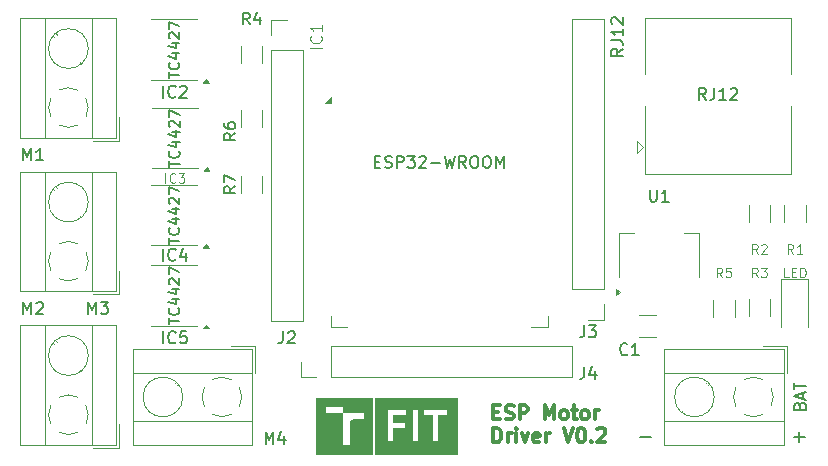
<source format=gbr>
%TF.GenerationSoftware,KiCad,Pcbnew,8.0.1*%
%TF.CreationDate,2024-04-27T11:46:23+02:00*%
%TF.ProjectId,driver_v2,64726976-6572-45f7-9632-2e6b69636164,rev?*%
%TF.SameCoordinates,Original*%
%TF.FileFunction,Legend,Top*%
%TF.FilePolarity,Positive*%
%FSLAX46Y46*%
G04 Gerber Fmt 4.6, Leading zero omitted, Abs format (unit mm)*
G04 Created by KiCad (PCBNEW 8.0.1) date 2024-04-27 11:46:23*
%MOMM*%
%LPD*%
G01*
G04 APERTURE LIST*
%ADD10C,0.300000*%
%ADD11C,0.200000*%
%ADD12C,0.150000*%
%ADD13C,0.130000*%
%ADD14C,0.120000*%
%ADD15C,0.100000*%
%ADD16C,0.000000*%
G04 APERTURE END LIST*
D10*
X145483082Y-92777038D02*
X145883082Y-92777038D01*
X146054510Y-93405609D02*
X145483082Y-93405609D01*
X145483082Y-93405609D02*
X145483082Y-92205609D01*
X145483082Y-92205609D02*
X146054510Y-92205609D01*
X146511653Y-93348467D02*
X146683082Y-93405609D01*
X146683082Y-93405609D02*
X146968796Y-93405609D01*
X146968796Y-93405609D02*
X147083082Y-93348467D01*
X147083082Y-93348467D02*
X147140224Y-93291324D01*
X147140224Y-93291324D02*
X147197367Y-93177038D01*
X147197367Y-93177038D02*
X147197367Y-93062752D01*
X147197367Y-93062752D02*
X147140224Y-92948467D01*
X147140224Y-92948467D02*
X147083082Y-92891324D01*
X147083082Y-92891324D02*
X146968796Y-92834181D01*
X146968796Y-92834181D02*
X146740224Y-92777038D01*
X146740224Y-92777038D02*
X146625939Y-92719895D01*
X146625939Y-92719895D02*
X146568796Y-92662752D01*
X146568796Y-92662752D02*
X146511653Y-92548467D01*
X146511653Y-92548467D02*
X146511653Y-92434181D01*
X146511653Y-92434181D02*
X146568796Y-92319895D01*
X146568796Y-92319895D02*
X146625939Y-92262752D01*
X146625939Y-92262752D02*
X146740224Y-92205609D01*
X146740224Y-92205609D02*
X147025939Y-92205609D01*
X147025939Y-92205609D02*
X147197367Y-92262752D01*
X147711653Y-93405609D02*
X147711653Y-92205609D01*
X147711653Y-92205609D02*
X148168796Y-92205609D01*
X148168796Y-92205609D02*
X148283081Y-92262752D01*
X148283081Y-92262752D02*
X148340224Y-92319895D01*
X148340224Y-92319895D02*
X148397367Y-92434181D01*
X148397367Y-92434181D02*
X148397367Y-92605609D01*
X148397367Y-92605609D02*
X148340224Y-92719895D01*
X148340224Y-92719895D02*
X148283081Y-92777038D01*
X148283081Y-92777038D02*
X148168796Y-92834181D01*
X148168796Y-92834181D02*
X147711653Y-92834181D01*
X149825939Y-93405609D02*
X149825939Y-92205609D01*
X149825939Y-92205609D02*
X150225939Y-93062752D01*
X150225939Y-93062752D02*
X150625939Y-92205609D01*
X150625939Y-92205609D02*
X150625939Y-93405609D01*
X151368796Y-93405609D02*
X151254511Y-93348467D01*
X151254511Y-93348467D02*
X151197368Y-93291324D01*
X151197368Y-93291324D02*
X151140225Y-93177038D01*
X151140225Y-93177038D02*
X151140225Y-92834181D01*
X151140225Y-92834181D02*
X151197368Y-92719895D01*
X151197368Y-92719895D02*
X151254511Y-92662752D01*
X151254511Y-92662752D02*
X151368796Y-92605609D01*
X151368796Y-92605609D02*
X151540225Y-92605609D01*
X151540225Y-92605609D02*
X151654511Y-92662752D01*
X151654511Y-92662752D02*
X151711654Y-92719895D01*
X151711654Y-92719895D02*
X151768796Y-92834181D01*
X151768796Y-92834181D02*
X151768796Y-93177038D01*
X151768796Y-93177038D02*
X151711654Y-93291324D01*
X151711654Y-93291324D02*
X151654511Y-93348467D01*
X151654511Y-93348467D02*
X151540225Y-93405609D01*
X151540225Y-93405609D02*
X151368796Y-93405609D01*
X152111653Y-92605609D02*
X152568796Y-92605609D01*
X152283082Y-92205609D02*
X152283082Y-93234181D01*
X152283082Y-93234181D02*
X152340225Y-93348467D01*
X152340225Y-93348467D02*
X152454510Y-93405609D01*
X152454510Y-93405609D02*
X152568796Y-93405609D01*
X153140224Y-93405609D02*
X153025939Y-93348467D01*
X153025939Y-93348467D02*
X152968796Y-93291324D01*
X152968796Y-93291324D02*
X152911653Y-93177038D01*
X152911653Y-93177038D02*
X152911653Y-92834181D01*
X152911653Y-92834181D02*
X152968796Y-92719895D01*
X152968796Y-92719895D02*
X153025939Y-92662752D01*
X153025939Y-92662752D02*
X153140224Y-92605609D01*
X153140224Y-92605609D02*
X153311653Y-92605609D01*
X153311653Y-92605609D02*
X153425939Y-92662752D01*
X153425939Y-92662752D02*
X153483082Y-92719895D01*
X153483082Y-92719895D02*
X153540224Y-92834181D01*
X153540224Y-92834181D02*
X153540224Y-93177038D01*
X153540224Y-93177038D02*
X153483082Y-93291324D01*
X153483082Y-93291324D02*
X153425939Y-93348467D01*
X153425939Y-93348467D02*
X153311653Y-93405609D01*
X153311653Y-93405609D02*
X153140224Y-93405609D01*
X154054510Y-93405609D02*
X154054510Y-92605609D01*
X154054510Y-92834181D02*
X154111653Y-92719895D01*
X154111653Y-92719895D02*
X154168796Y-92662752D01*
X154168796Y-92662752D02*
X154283081Y-92605609D01*
X154283081Y-92605609D02*
X154397367Y-92605609D01*
X145483082Y-95337542D02*
X145483082Y-94137542D01*
X145483082Y-94137542D02*
X145768796Y-94137542D01*
X145768796Y-94137542D02*
X145940225Y-94194685D01*
X145940225Y-94194685D02*
X146054510Y-94308971D01*
X146054510Y-94308971D02*
X146111653Y-94423257D01*
X146111653Y-94423257D02*
X146168796Y-94651828D01*
X146168796Y-94651828D02*
X146168796Y-94823257D01*
X146168796Y-94823257D02*
X146111653Y-95051828D01*
X146111653Y-95051828D02*
X146054510Y-95166114D01*
X146054510Y-95166114D02*
X145940225Y-95280400D01*
X145940225Y-95280400D02*
X145768796Y-95337542D01*
X145768796Y-95337542D02*
X145483082Y-95337542D01*
X146683082Y-95337542D02*
X146683082Y-94537542D01*
X146683082Y-94766114D02*
X146740225Y-94651828D01*
X146740225Y-94651828D02*
X146797368Y-94594685D01*
X146797368Y-94594685D02*
X146911653Y-94537542D01*
X146911653Y-94537542D02*
X147025939Y-94537542D01*
X147425939Y-95337542D02*
X147425939Y-94537542D01*
X147425939Y-94137542D02*
X147368796Y-94194685D01*
X147368796Y-94194685D02*
X147425939Y-94251828D01*
X147425939Y-94251828D02*
X147483082Y-94194685D01*
X147483082Y-94194685D02*
X147425939Y-94137542D01*
X147425939Y-94137542D02*
X147425939Y-94251828D01*
X147883082Y-94537542D02*
X148168796Y-95337542D01*
X148168796Y-95337542D02*
X148454511Y-94537542D01*
X149368797Y-95280400D02*
X149254511Y-95337542D01*
X149254511Y-95337542D02*
X149025940Y-95337542D01*
X149025940Y-95337542D02*
X148911654Y-95280400D01*
X148911654Y-95280400D02*
X148854511Y-95166114D01*
X148854511Y-95166114D02*
X148854511Y-94708971D01*
X148854511Y-94708971D02*
X148911654Y-94594685D01*
X148911654Y-94594685D02*
X149025940Y-94537542D01*
X149025940Y-94537542D02*
X149254511Y-94537542D01*
X149254511Y-94537542D02*
X149368797Y-94594685D01*
X149368797Y-94594685D02*
X149425940Y-94708971D01*
X149425940Y-94708971D02*
X149425940Y-94823257D01*
X149425940Y-94823257D02*
X148854511Y-94937542D01*
X149940225Y-95337542D02*
X149940225Y-94537542D01*
X149940225Y-94766114D02*
X149997368Y-94651828D01*
X149997368Y-94651828D02*
X150054511Y-94594685D01*
X150054511Y-94594685D02*
X150168796Y-94537542D01*
X150168796Y-94537542D02*
X150283082Y-94537542D01*
X151425939Y-94137542D02*
X151825939Y-95337542D01*
X151825939Y-95337542D02*
X152225939Y-94137542D01*
X152854510Y-94137542D02*
X152968796Y-94137542D01*
X152968796Y-94137542D02*
X153083082Y-94194685D01*
X153083082Y-94194685D02*
X153140225Y-94251828D01*
X153140225Y-94251828D02*
X153197367Y-94366114D01*
X153197367Y-94366114D02*
X153254510Y-94594685D01*
X153254510Y-94594685D02*
X153254510Y-94880400D01*
X153254510Y-94880400D02*
X153197367Y-95108971D01*
X153197367Y-95108971D02*
X153140225Y-95223257D01*
X153140225Y-95223257D02*
X153083082Y-95280400D01*
X153083082Y-95280400D02*
X152968796Y-95337542D01*
X152968796Y-95337542D02*
X152854510Y-95337542D01*
X152854510Y-95337542D02*
X152740225Y-95280400D01*
X152740225Y-95280400D02*
X152683082Y-95223257D01*
X152683082Y-95223257D02*
X152625939Y-95108971D01*
X152625939Y-95108971D02*
X152568796Y-94880400D01*
X152568796Y-94880400D02*
X152568796Y-94594685D01*
X152568796Y-94594685D02*
X152625939Y-94366114D01*
X152625939Y-94366114D02*
X152683082Y-94251828D01*
X152683082Y-94251828D02*
X152740225Y-94194685D01*
X152740225Y-94194685D02*
X152854510Y-94137542D01*
X153768796Y-95223257D02*
X153825939Y-95280400D01*
X153825939Y-95280400D02*
X153768796Y-95337542D01*
X153768796Y-95337542D02*
X153711653Y-95280400D01*
X153711653Y-95280400D02*
X153768796Y-95223257D01*
X153768796Y-95223257D02*
X153768796Y-95337542D01*
X154283082Y-94251828D02*
X154340225Y-94194685D01*
X154340225Y-94194685D02*
X154454511Y-94137542D01*
X154454511Y-94137542D02*
X154740225Y-94137542D01*
X154740225Y-94137542D02*
X154854511Y-94194685D01*
X154854511Y-94194685D02*
X154911653Y-94251828D01*
X154911653Y-94251828D02*
X154968796Y-94366114D01*
X154968796Y-94366114D02*
X154968796Y-94480400D01*
X154968796Y-94480400D02*
X154911653Y-94651828D01*
X154911653Y-94651828D02*
X154225939Y-95337542D01*
X154225939Y-95337542D02*
X154968796Y-95337542D01*
D11*
X170917292Y-94885600D02*
X171831578Y-94885600D01*
X171374435Y-95342742D02*
X171374435Y-94428457D01*
X157917292Y-94885600D02*
X158831578Y-94885600D01*
D12*
X117523810Y-86954819D02*
X117523810Y-85954819D01*
X118571428Y-86859580D02*
X118523809Y-86907200D01*
X118523809Y-86907200D02*
X118380952Y-86954819D01*
X118380952Y-86954819D02*
X118285714Y-86954819D01*
X118285714Y-86954819D02*
X118142857Y-86907200D01*
X118142857Y-86907200D02*
X118047619Y-86811961D01*
X118047619Y-86811961D02*
X118000000Y-86716723D01*
X118000000Y-86716723D02*
X117952381Y-86526247D01*
X117952381Y-86526247D02*
X117952381Y-86383390D01*
X117952381Y-86383390D02*
X118000000Y-86192914D01*
X118000000Y-86192914D02*
X118047619Y-86097676D01*
X118047619Y-86097676D02*
X118142857Y-86002438D01*
X118142857Y-86002438D02*
X118285714Y-85954819D01*
X118285714Y-85954819D02*
X118380952Y-85954819D01*
X118380952Y-85954819D02*
X118523809Y-86002438D01*
X118523809Y-86002438D02*
X118571428Y-86050057D01*
X119476190Y-85954819D02*
X119000000Y-85954819D01*
X119000000Y-85954819D02*
X118952381Y-86431009D01*
X118952381Y-86431009D02*
X119000000Y-86383390D01*
X119000000Y-86383390D02*
X119095238Y-86335771D01*
X119095238Y-86335771D02*
X119333333Y-86335771D01*
X119333333Y-86335771D02*
X119428571Y-86383390D01*
X119428571Y-86383390D02*
X119476190Y-86431009D01*
X119476190Y-86431009D02*
X119523809Y-86526247D01*
X119523809Y-86526247D02*
X119523809Y-86764342D01*
X119523809Y-86764342D02*
X119476190Y-86859580D01*
X119476190Y-86859580D02*
X119428571Y-86907200D01*
X119428571Y-86907200D02*
X119333333Y-86954819D01*
X119333333Y-86954819D02*
X119095238Y-86954819D01*
X119095238Y-86954819D02*
X119000000Y-86907200D01*
X119000000Y-86907200D02*
X118952381Y-86859580D01*
D13*
X117984597Y-85326428D02*
X117984597Y-84812143D01*
X118884597Y-85069285D02*
X117984597Y-85069285D01*
X118798882Y-83997857D02*
X118841740Y-84040714D01*
X118841740Y-84040714D02*
X118884597Y-84169286D01*
X118884597Y-84169286D02*
X118884597Y-84255000D01*
X118884597Y-84255000D02*
X118841740Y-84383571D01*
X118841740Y-84383571D02*
X118756025Y-84469286D01*
X118756025Y-84469286D02*
X118670311Y-84512143D01*
X118670311Y-84512143D02*
X118498882Y-84555000D01*
X118498882Y-84555000D02*
X118370311Y-84555000D01*
X118370311Y-84555000D02*
X118198882Y-84512143D01*
X118198882Y-84512143D02*
X118113168Y-84469286D01*
X118113168Y-84469286D02*
X118027454Y-84383571D01*
X118027454Y-84383571D02*
X117984597Y-84255000D01*
X117984597Y-84255000D02*
X117984597Y-84169286D01*
X117984597Y-84169286D02*
X118027454Y-84040714D01*
X118027454Y-84040714D02*
X118070311Y-83997857D01*
X118284597Y-83226429D02*
X118884597Y-83226429D01*
X117941740Y-83440714D02*
X118584597Y-83655000D01*
X118584597Y-83655000D02*
X118584597Y-83097857D01*
X118284597Y-82369286D02*
X118884597Y-82369286D01*
X117941740Y-82583571D02*
X118584597Y-82797857D01*
X118584597Y-82797857D02*
X118584597Y-82240714D01*
X118070311Y-81940714D02*
X118027454Y-81897857D01*
X118027454Y-81897857D02*
X117984597Y-81812143D01*
X117984597Y-81812143D02*
X117984597Y-81597857D01*
X117984597Y-81597857D02*
X118027454Y-81512143D01*
X118027454Y-81512143D02*
X118070311Y-81469285D01*
X118070311Y-81469285D02*
X118156025Y-81426428D01*
X118156025Y-81426428D02*
X118241740Y-81426428D01*
X118241740Y-81426428D02*
X118370311Y-81469285D01*
X118370311Y-81469285D02*
X118884597Y-81983571D01*
X118884597Y-81983571D02*
X118884597Y-81426428D01*
X117984597Y-81126428D02*
X117984597Y-80526428D01*
X117984597Y-80526428D02*
X118884597Y-80912142D01*
D12*
X156833333Y-87859580D02*
X156785714Y-87907200D01*
X156785714Y-87907200D02*
X156642857Y-87954819D01*
X156642857Y-87954819D02*
X156547619Y-87954819D01*
X156547619Y-87954819D02*
X156404762Y-87907200D01*
X156404762Y-87907200D02*
X156309524Y-87811961D01*
X156309524Y-87811961D02*
X156261905Y-87716723D01*
X156261905Y-87716723D02*
X156214286Y-87526247D01*
X156214286Y-87526247D02*
X156214286Y-87383390D01*
X156214286Y-87383390D02*
X156261905Y-87192914D01*
X156261905Y-87192914D02*
X156309524Y-87097676D01*
X156309524Y-87097676D02*
X156404762Y-87002438D01*
X156404762Y-87002438D02*
X156547619Y-86954819D01*
X156547619Y-86954819D02*
X156642857Y-86954819D01*
X156642857Y-86954819D02*
X156785714Y-87002438D01*
X156785714Y-87002438D02*
X156833333Y-87050057D01*
X157785714Y-87954819D02*
X157214286Y-87954819D01*
X157500000Y-87954819D02*
X157500000Y-86954819D01*
X157500000Y-86954819D02*
X157404762Y-87097676D01*
X157404762Y-87097676D02*
X157309524Y-87192914D01*
X157309524Y-87192914D02*
X157214286Y-87240533D01*
D14*
X117719048Y-73363855D02*
X117719048Y-72563855D01*
X118557143Y-73287664D02*
X118519047Y-73325760D01*
X118519047Y-73325760D02*
X118404762Y-73363855D01*
X118404762Y-73363855D02*
X118328571Y-73363855D01*
X118328571Y-73363855D02*
X118214285Y-73325760D01*
X118214285Y-73325760D02*
X118138095Y-73249569D01*
X118138095Y-73249569D02*
X118100000Y-73173379D01*
X118100000Y-73173379D02*
X118061904Y-73020998D01*
X118061904Y-73020998D02*
X118061904Y-72906712D01*
X118061904Y-72906712D02*
X118100000Y-72754331D01*
X118100000Y-72754331D02*
X118138095Y-72678140D01*
X118138095Y-72678140D02*
X118214285Y-72601950D01*
X118214285Y-72601950D02*
X118328571Y-72563855D01*
X118328571Y-72563855D02*
X118404762Y-72563855D01*
X118404762Y-72563855D02*
X118519047Y-72601950D01*
X118519047Y-72601950D02*
X118557143Y-72640045D01*
X118823809Y-72563855D02*
X119319047Y-72563855D01*
X119319047Y-72563855D02*
X119052381Y-72868617D01*
X119052381Y-72868617D02*
X119166666Y-72868617D01*
X119166666Y-72868617D02*
X119242857Y-72906712D01*
X119242857Y-72906712D02*
X119280952Y-72944807D01*
X119280952Y-72944807D02*
X119319047Y-73020998D01*
X119319047Y-73020998D02*
X119319047Y-73211474D01*
X119319047Y-73211474D02*
X119280952Y-73287664D01*
X119280952Y-73287664D02*
X119242857Y-73325760D01*
X119242857Y-73325760D02*
X119166666Y-73363855D01*
X119166666Y-73363855D02*
X118938095Y-73363855D01*
X118938095Y-73363855D02*
X118861904Y-73325760D01*
X118861904Y-73325760D02*
X118823809Y-73287664D01*
D13*
X118009597Y-72016428D02*
X118009597Y-71502143D01*
X118909597Y-71759285D02*
X118009597Y-71759285D01*
X118823882Y-70687857D02*
X118866740Y-70730714D01*
X118866740Y-70730714D02*
X118909597Y-70859286D01*
X118909597Y-70859286D02*
X118909597Y-70945000D01*
X118909597Y-70945000D02*
X118866740Y-71073571D01*
X118866740Y-71073571D02*
X118781025Y-71159286D01*
X118781025Y-71159286D02*
X118695311Y-71202143D01*
X118695311Y-71202143D02*
X118523882Y-71245000D01*
X118523882Y-71245000D02*
X118395311Y-71245000D01*
X118395311Y-71245000D02*
X118223882Y-71202143D01*
X118223882Y-71202143D02*
X118138168Y-71159286D01*
X118138168Y-71159286D02*
X118052454Y-71073571D01*
X118052454Y-71073571D02*
X118009597Y-70945000D01*
X118009597Y-70945000D02*
X118009597Y-70859286D01*
X118009597Y-70859286D02*
X118052454Y-70730714D01*
X118052454Y-70730714D02*
X118095311Y-70687857D01*
X118309597Y-69916429D02*
X118909597Y-69916429D01*
X117966740Y-70130714D02*
X118609597Y-70345000D01*
X118609597Y-70345000D02*
X118609597Y-69787857D01*
X118309597Y-69059286D02*
X118909597Y-69059286D01*
X117966740Y-69273571D02*
X118609597Y-69487857D01*
X118609597Y-69487857D02*
X118609597Y-68930714D01*
X118095311Y-68630714D02*
X118052454Y-68587857D01*
X118052454Y-68587857D02*
X118009597Y-68502143D01*
X118009597Y-68502143D02*
X118009597Y-68287857D01*
X118009597Y-68287857D02*
X118052454Y-68202143D01*
X118052454Y-68202143D02*
X118095311Y-68159285D01*
X118095311Y-68159285D02*
X118181025Y-68116428D01*
X118181025Y-68116428D02*
X118266740Y-68116428D01*
X118266740Y-68116428D02*
X118395311Y-68159285D01*
X118395311Y-68159285D02*
X118909597Y-68673571D01*
X118909597Y-68673571D02*
X118909597Y-68116428D01*
X118009597Y-67816428D02*
X118009597Y-67216428D01*
X118009597Y-67216428D02*
X118909597Y-67602142D01*
D12*
X123634819Y-73666666D02*
X123158628Y-73999999D01*
X123634819Y-74238094D02*
X122634819Y-74238094D01*
X122634819Y-74238094D02*
X122634819Y-73857142D01*
X122634819Y-73857142D02*
X122682438Y-73761904D01*
X122682438Y-73761904D02*
X122730057Y-73714285D01*
X122730057Y-73714285D02*
X122825295Y-73666666D01*
X122825295Y-73666666D02*
X122968152Y-73666666D01*
X122968152Y-73666666D02*
X123063390Y-73714285D01*
X123063390Y-73714285D02*
X123111009Y-73761904D01*
X123111009Y-73761904D02*
X123158628Y-73857142D01*
X123158628Y-73857142D02*
X123158628Y-74238094D01*
X122634819Y-73333332D02*
X122634819Y-72666666D01*
X122634819Y-72666666D02*
X123634819Y-73095237D01*
X153166666Y-88954819D02*
X153166666Y-89669104D01*
X153166666Y-89669104D02*
X153119047Y-89811961D01*
X153119047Y-89811961D02*
X153023809Y-89907200D01*
X153023809Y-89907200D02*
X152880952Y-89954819D01*
X152880952Y-89954819D02*
X152785714Y-89954819D01*
X154071428Y-89288152D02*
X154071428Y-89954819D01*
X153833333Y-88907200D02*
X153595238Y-89621485D01*
X153595238Y-89621485D02*
X154214285Y-89621485D01*
X153166666Y-85444819D02*
X153166666Y-86159104D01*
X153166666Y-86159104D02*
X153119047Y-86301961D01*
X153119047Y-86301961D02*
X153023809Y-86397200D01*
X153023809Y-86397200D02*
X152880952Y-86444819D01*
X152880952Y-86444819D02*
X152785714Y-86444819D01*
X153547619Y-85444819D02*
X154166666Y-85444819D01*
X154166666Y-85444819D02*
X153833333Y-85825771D01*
X153833333Y-85825771D02*
X153976190Y-85825771D01*
X153976190Y-85825771D02*
X154071428Y-85873390D01*
X154071428Y-85873390D02*
X154119047Y-85921009D01*
X154119047Y-85921009D02*
X154166666Y-86016247D01*
X154166666Y-86016247D02*
X154166666Y-86254342D01*
X154166666Y-86254342D02*
X154119047Y-86349580D01*
X154119047Y-86349580D02*
X154071428Y-86397200D01*
X154071428Y-86397200D02*
X153976190Y-86444819D01*
X153976190Y-86444819D02*
X153690476Y-86444819D01*
X153690476Y-86444819D02*
X153595238Y-86397200D01*
X153595238Y-86397200D02*
X153547619Y-86349580D01*
D14*
X167866667Y-79363855D02*
X167600000Y-78982902D01*
X167409524Y-79363855D02*
X167409524Y-78563855D01*
X167409524Y-78563855D02*
X167714286Y-78563855D01*
X167714286Y-78563855D02*
X167790476Y-78601950D01*
X167790476Y-78601950D02*
X167828571Y-78640045D01*
X167828571Y-78640045D02*
X167866667Y-78716236D01*
X167866667Y-78716236D02*
X167866667Y-78830521D01*
X167866667Y-78830521D02*
X167828571Y-78906712D01*
X167828571Y-78906712D02*
X167790476Y-78944807D01*
X167790476Y-78944807D02*
X167714286Y-78982902D01*
X167714286Y-78982902D02*
X167409524Y-78982902D01*
X168171428Y-78640045D02*
X168209524Y-78601950D01*
X168209524Y-78601950D02*
X168285714Y-78563855D01*
X168285714Y-78563855D02*
X168476190Y-78563855D01*
X168476190Y-78563855D02*
X168552381Y-78601950D01*
X168552381Y-78601950D02*
X168590476Y-78640045D01*
X168590476Y-78640045D02*
X168628571Y-78716236D01*
X168628571Y-78716236D02*
X168628571Y-78792426D01*
X168628571Y-78792426D02*
X168590476Y-78906712D01*
X168590476Y-78906712D02*
X168133333Y-79363855D01*
X168133333Y-79363855D02*
X168628571Y-79363855D01*
D12*
X105690476Y-84454819D02*
X105690476Y-83454819D01*
X105690476Y-83454819D02*
X106023809Y-84169104D01*
X106023809Y-84169104D02*
X106357142Y-83454819D01*
X106357142Y-83454819D02*
X106357142Y-84454819D01*
X106785714Y-83550057D02*
X106833333Y-83502438D01*
X106833333Y-83502438D02*
X106928571Y-83454819D01*
X106928571Y-83454819D02*
X107166666Y-83454819D01*
X107166666Y-83454819D02*
X107261904Y-83502438D01*
X107261904Y-83502438D02*
X107309523Y-83550057D01*
X107309523Y-83550057D02*
X107357142Y-83645295D01*
X107357142Y-83645295D02*
X107357142Y-83740533D01*
X107357142Y-83740533D02*
X107309523Y-83883390D01*
X107309523Y-83883390D02*
X106738095Y-84454819D01*
X106738095Y-84454819D02*
X107357142Y-84454819D01*
X124833333Y-59954819D02*
X124500000Y-59478628D01*
X124261905Y-59954819D02*
X124261905Y-58954819D01*
X124261905Y-58954819D02*
X124642857Y-58954819D01*
X124642857Y-58954819D02*
X124738095Y-59002438D01*
X124738095Y-59002438D02*
X124785714Y-59050057D01*
X124785714Y-59050057D02*
X124833333Y-59145295D01*
X124833333Y-59145295D02*
X124833333Y-59288152D01*
X124833333Y-59288152D02*
X124785714Y-59383390D01*
X124785714Y-59383390D02*
X124738095Y-59431009D01*
X124738095Y-59431009D02*
X124642857Y-59478628D01*
X124642857Y-59478628D02*
X124261905Y-59478628D01*
X125690476Y-59288152D02*
X125690476Y-59954819D01*
X125452381Y-58907200D02*
X125214286Y-59621485D01*
X125214286Y-59621485D02*
X125833333Y-59621485D01*
X123634819Y-69166666D02*
X123158628Y-69499999D01*
X123634819Y-69738094D02*
X122634819Y-69738094D01*
X122634819Y-69738094D02*
X122634819Y-69357142D01*
X122634819Y-69357142D02*
X122682438Y-69261904D01*
X122682438Y-69261904D02*
X122730057Y-69214285D01*
X122730057Y-69214285D02*
X122825295Y-69166666D01*
X122825295Y-69166666D02*
X122968152Y-69166666D01*
X122968152Y-69166666D02*
X123063390Y-69214285D01*
X123063390Y-69214285D02*
X123111009Y-69261904D01*
X123111009Y-69261904D02*
X123158628Y-69357142D01*
X123158628Y-69357142D02*
X123158628Y-69738094D01*
X122634819Y-68309523D02*
X122634819Y-68499999D01*
X122634819Y-68499999D02*
X122682438Y-68595237D01*
X122682438Y-68595237D02*
X122730057Y-68642856D01*
X122730057Y-68642856D02*
X122872914Y-68738094D01*
X122872914Y-68738094D02*
X123063390Y-68785713D01*
X123063390Y-68785713D02*
X123444342Y-68785713D01*
X123444342Y-68785713D02*
X123539580Y-68738094D01*
X123539580Y-68738094D02*
X123587200Y-68690475D01*
X123587200Y-68690475D02*
X123634819Y-68595237D01*
X123634819Y-68595237D02*
X123634819Y-68404761D01*
X123634819Y-68404761D02*
X123587200Y-68309523D01*
X123587200Y-68309523D02*
X123539580Y-68261904D01*
X123539580Y-68261904D02*
X123444342Y-68214285D01*
X123444342Y-68214285D02*
X123206247Y-68214285D01*
X123206247Y-68214285D02*
X123111009Y-68261904D01*
X123111009Y-68261904D02*
X123063390Y-68309523D01*
X123063390Y-68309523D02*
X123015771Y-68404761D01*
X123015771Y-68404761D02*
X123015771Y-68595237D01*
X123015771Y-68595237D02*
X123063390Y-68690475D01*
X123063390Y-68690475D02*
X123111009Y-68738094D01*
X123111009Y-68738094D02*
X123206247Y-68785713D01*
D14*
X170485714Y-81363855D02*
X170104762Y-81363855D01*
X170104762Y-81363855D02*
X170104762Y-80563855D01*
X170752381Y-80944807D02*
X171019047Y-80944807D01*
X171133333Y-81363855D02*
X170752381Y-81363855D01*
X170752381Y-81363855D02*
X170752381Y-80563855D01*
X170752381Y-80563855D02*
X171133333Y-80563855D01*
X171476191Y-81363855D02*
X171476191Y-80563855D01*
X171476191Y-80563855D02*
X171666667Y-80563855D01*
X171666667Y-80563855D02*
X171780953Y-80601950D01*
X171780953Y-80601950D02*
X171857143Y-80678140D01*
X171857143Y-80678140D02*
X171895238Y-80754331D01*
X171895238Y-80754331D02*
X171933334Y-80906712D01*
X171933334Y-80906712D02*
X171933334Y-81020998D01*
X171933334Y-81020998D02*
X171895238Y-81173379D01*
X171895238Y-81173379D02*
X171857143Y-81249569D01*
X171857143Y-81249569D02*
X171780953Y-81325760D01*
X171780953Y-81325760D02*
X171666667Y-81363855D01*
X171666667Y-81363855D02*
X171476191Y-81363855D01*
D15*
X130957419Y-61976189D02*
X129957419Y-61976189D01*
X130862180Y-60928571D02*
X130909800Y-60976190D01*
X130909800Y-60976190D02*
X130957419Y-61119047D01*
X130957419Y-61119047D02*
X130957419Y-61214285D01*
X130957419Y-61214285D02*
X130909800Y-61357142D01*
X130909800Y-61357142D02*
X130814561Y-61452380D01*
X130814561Y-61452380D02*
X130719323Y-61499999D01*
X130719323Y-61499999D02*
X130528847Y-61547618D01*
X130528847Y-61547618D02*
X130385990Y-61547618D01*
X130385990Y-61547618D02*
X130195514Y-61499999D01*
X130195514Y-61499999D02*
X130100276Y-61452380D01*
X130100276Y-61452380D02*
X130005038Y-61357142D01*
X130005038Y-61357142D02*
X129957419Y-61214285D01*
X129957419Y-61214285D02*
X129957419Y-61119047D01*
X129957419Y-61119047D02*
X130005038Y-60976190D01*
X130005038Y-60976190D02*
X130052657Y-60928571D01*
X130957419Y-59976190D02*
X130957419Y-60547618D01*
X130957419Y-60261904D02*
X129957419Y-60261904D01*
X129957419Y-60261904D02*
X130100276Y-60357142D01*
X130100276Y-60357142D02*
X130195514Y-60452380D01*
X130195514Y-60452380D02*
X130243133Y-60547618D01*
D12*
X135447619Y-71571009D02*
X135780952Y-71571009D01*
X135923809Y-72094819D02*
X135447619Y-72094819D01*
X135447619Y-72094819D02*
X135447619Y-71094819D01*
X135447619Y-71094819D02*
X135923809Y-71094819D01*
X136304762Y-72047200D02*
X136447619Y-72094819D01*
X136447619Y-72094819D02*
X136685714Y-72094819D01*
X136685714Y-72094819D02*
X136780952Y-72047200D01*
X136780952Y-72047200D02*
X136828571Y-71999580D01*
X136828571Y-71999580D02*
X136876190Y-71904342D01*
X136876190Y-71904342D02*
X136876190Y-71809104D01*
X136876190Y-71809104D02*
X136828571Y-71713866D01*
X136828571Y-71713866D02*
X136780952Y-71666247D01*
X136780952Y-71666247D02*
X136685714Y-71618628D01*
X136685714Y-71618628D02*
X136495238Y-71571009D01*
X136495238Y-71571009D02*
X136400000Y-71523390D01*
X136400000Y-71523390D02*
X136352381Y-71475771D01*
X136352381Y-71475771D02*
X136304762Y-71380533D01*
X136304762Y-71380533D02*
X136304762Y-71285295D01*
X136304762Y-71285295D02*
X136352381Y-71190057D01*
X136352381Y-71190057D02*
X136400000Y-71142438D01*
X136400000Y-71142438D02*
X136495238Y-71094819D01*
X136495238Y-71094819D02*
X136733333Y-71094819D01*
X136733333Y-71094819D02*
X136876190Y-71142438D01*
X137304762Y-72094819D02*
X137304762Y-71094819D01*
X137304762Y-71094819D02*
X137685714Y-71094819D01*
X137685714Y-71094819D02*
X137780952Y-71142438D01*
X137780952Y-71142438D02*
X137828571Y-71190057D01*
X137828571Y-71190057D02*
X137876190Y-71285295D01*
X137876190Y-71285295D02*
X137876190Y-71428152D01*
X137876190Y-71428152D02*
X137828571Y-71523390D01*
X137828571Y-71523390D02*
X137780952Y-71571009D01*
X137780952Y-71571009D02*
X137685714Y-71618628D01*
X137685714Y-71618628D02*
X137304762Y-71618628D01*
X138209524Y-71094819D02*
X138828571Y-71094819D01*
X138828571Y-71094819D02*
X138495238Y-71475771D01*
X138495238Y-71475771D02*
X138638095Y-71475771D01*
X138638095Y-71475771D02*
X138733333Y-71523390D01*
X138733333Y-71523390D02*
X138780952Y-71571009D01*
X138780952Y-71571009D02*
X138828571Y-71666247D01*
X138828571Y-71666247D02*
X138828571Y-71904342D01*
X138828571Y-71904342D02*
X138780952Y-71999580D01*
X138780952Y-71999580D02*
X138733333Y-72047200D01*
X138733333Y-72047200D02*
X138638095Y-72094819D01*
X138638095Y-72094819D02*
X138352381Y-72094819D01*
X138352381Y-72094819D02*
X138257143Y-72047200D01*
X138257143Y-72047200D02*
X138209524Y-71999580D01*
X139209524Y-71190057D02*
X139257143Y-71142438D01*
X139257143Y-71142438D02*
X139352381Y-71094819D01*
X139352381Y-71094819D02*
X139590476Y-71094819D01*
X139590476Y-71094819D02*
X139685714Y-71142438D01*
X139685714Y-71142438D02*
X139733333Y-71190057D01*
X139733333Y-71190057D02*
X139780952Y-71285295D01*
X139780952Y-71285295D02*
X139780952Y-71380533D01*
X139780952Y-71380533D02*
X139733333Y-71523390D01*
X139733333Y-71523390D02*
X139161905Y-72094819D01*
X139161905Y-72094819D02*
X139780952Y-72094819D01*
X140209524Y-71713866D02*
X140971429Y-71713866D01*
X141352381Y-71094819D02*
X141590476Y-72094819D01*
X141590476Y-72094819D02*
X141780952Y-71380533D01*
X141780952Y-71380533D02*
X141971428Y-72094819D01*
X141971428Y-72094819D02*
X142209524Y-71094819D01*
X143161904Y-72094819D02*
X142828571Y-71618628D01*
X142590476Y-72094819D02*
X142590476Y-71094819D01*
X142590476Y-71094819D02*
X142971428Y-71094819D01*
X142971428Y-71094819D02*
X143066666Y-71142438D01*
X143066666Y-71142438D02*
X143114285Y-71190057D01*
X143114285Y-71190057D02*
X143161904Y-71285295D01*
X143161904Y-71285295D02*
X143161904Y-71428152D01*
X143161904Y-71428152D02*
X143114285Y-71523390D01*
X143114285Y-71523390D02*
X143066666Y-71571009D01*
X143066666Y-71571009D02*
X142971428Y-71618628D01*
X142971428Y-71618628D02*
X142590476Y-71618628D01*
X143780952Y-71094819D02*
X143971428Y-71094819D01*
X143971428Y-71094819D02*
X144066666Y-71142438D01*
X144066666Y-71142438D02*
X144161904Y-71237676D01*
X144161904Y-71237676D02*
X144209523Y-71428152D01*
X144209523Y-71428152D02*
X144209523Y-71761485D01*
X144209523Y-71761485D02*
X144161904Y-71951961D01*
X144161904Y-71951961D02*
X144066666Y-72047200D01*
X144066666Y-72047200D02*
X143971428Y-72094819D01*
X143971428Y-72094819D02*
X143780952Y-72094819D01*
X143780952Y-72094819D02*
X143685714Y-72047200D01*
X143685714Y-72047200D02*
X143590476Y-71951961D01*
X143590476Y-71951961D02*
X143542857Y-71761485D01*
X143542857Y-71761485D02*
X143542857Y-71428152D01*
X143542857Y-71428152D02*
X143590476Y-71237676D01*
X143590476Y-71237676D02*
X143685714Y-71142438D01*
X143685714Y-71142438D02*
X143780952Y-71094819D01*
X144828571Y-71094819D02*
X145019047Y-71094819D01*
X145019047Y-71094819D02*
X145114285Y-71142438D01*
X145114285Y-71142438D02*
X145209523Y-71237676D01*
X145209523Y-71237676D02*
X145257142Y-71428152D01*
X145257142Y-71428152D02*
X145257142Y-71761485D01*
X145257142Y-71761485D02*
X145209523Y-71951961D01*
X145209523Y-71951961D02*
X145114285Y-72047200D01*
X145114285Y-72047200D02*
X145019047Y-72094819D01*
X145019047Y-72094819D02*
X144828571Y-72094819D01*
X144828571Y-72094819D02*
X144733333Y-72047200D01*
X144733333Y-72047200D02*
X144638095Y-71951961D01*
X144638095Y-71951961D02*
X144590476Y-71761485D01*
X144590476Y-71761485D02*
X144590476Y-71428152D01*
X144590476Y-71428152D02*
X144638095Y-71237676D01*
X144638095Y-71237676D02*
X144733333Y-71142438D01*
X144733333Y-71142438D02*
X144828571Y-71094819D01*
X145685714Y-72094819D02*
X145685714Y-71094819D01*
X145685714Y-71094819D02*
X146019047Y-71809104D01*
X146019047Y-71809104D02*
X146352380Y-71094819D01*
X146352380Y-71094819D02*
X146352380Y-72094819D01*
D14*
X167866667Y-81363855D02*
X167600000Y-80982902D01*
X167409524Y-81363855D02*
X167409524Y-80563855D01*
X167409524Y-80563855D02*
X167714286Y-80563855D01*
X167714286Y-80563855D02*
X167790476Y-80601950D01*
X167790476Y-80601950D02*
X167828571Y-80640045D01*
X167828571Y-80640045D02*
X167866667Y-80716236D01*
X167866667Y-80716236D02*
X167866667Y-80830521D01*
X167866667Y-80830521D02*
X167828571Y-80906712D01*
X167828571Y-80906712D02*
X167790476Y-80944807D01*
X167790476Y-80944807D02*
X167714286Y-80982902D01*
X167714286Y-80982902D02*
X167409524Y-80982902D01*
X168133333Y-80563855D02*
X168628571Y-80563855D01*
X168628571Y-80563855D02*
X168361905Y-80868617D01*
X168361905Y-80868617D02*
X168476190Y-80868617D01*
X168476190Y-80868617D02*
X168552381Y-80906712D01*
X168552381Y-80906712D02*
X168590476Y-80944807D01*
X168590476Y-80944807D02*
X168628571Y-81020998D01*
X168628571Y-81020998D02*
X168628571Y-81211474D01*
X168628571Y-81211474D02*
X168590476Y-81287664D01*
X168590476Y-81287664D02*
X168552381Y-81325760D01*
X168552381Y-81325760D02*
X168476190Y-81363855D01*
X168476190Y-81363855D02*
X168247619Y-81363855D01*
X168247619Y-81363855D02*
X168171428Y-81325760D01*
X168171428Y-81325760D02*
X168133333Y-81287664D01*
D12*
X171431009Y-92238095D02*
X171478628Y-92095238D01*
X171478628Y-92095238D02*
X171526247Y-92047619D01*
X171526247Y-92047619D02*
X171621485Y-92000000D01*
X171621485Y-92000000D02*
X171764342Y-92000000D01*
X171764342Y-92000000D02*
X171859580Y-92047619D01*
X171859580Y-92047619D02*
X171907200Y-92095238D01*
X171907200Y-92095238D02*
X171954819Y-92190476D01*
X171954819Y-92190476D02*
X171954819Y-92571428D01*
X171954819Y-92571428D02*
X170954819Y-92571428D01*
X170954819Y-92571428D02*
X170954819Y-92238095D01*
X170954819Y-92238095D02*
X171002438Y-92142857D01*
X171002438Y-92142857D02*
X171050057Y-92095238D01*
X171050057Y-92095238D02*
X171145295Y-92047619D01*
X171145295Y-92047619D02*
X171240533Y-92047619D01*
X171240533Y-92047619D02*
X171335771Y-92095238D01*
X171335771Y-92095238D02*
X171383390Y-92142857D01*
X171383390Y-92142857D02*
X171431009Y-92238095D01*
X171431009Y-92238095D02*
X171431009Y-92571428D01*
X171669104Y-91619047D02*
X171669104Y-91142857D01*
X171954819Y-91714285D02*
X170954819Y-91380952D01*
X170954819Y-91380952D02*
X171954819Y-91047619D01*
X170954819Y-90857142D02*
X170954819Y-90285714D01*
X171954819Y-90571428D02*
X170954819Y-90571428D01*
X158738095Y-73954819D02*
X158738095Y-74764342D01*
X158738095Y-74764342D02*
X158785714Y-74859580D01*
X158785714Y-74859580D02*
X158833333Y-74907200D01*
X158833333Y-74907200D02*
X158928571Y-74954819D01*
X158928571Y-74954819D02*
X159119047Y-74954819D01*
X159119047Y-74954819D02*
X159214285Y-74907200D01*
X159214285Y-74907200D02*
X159261904Y-74859580D01*
X159261904Y-74859580D02*
X159309523Y-74764342D01*
X159309523Y-74764342D02*
X159309523Y-73954819D01*
X160309523Y-74954819D02*
X159738095Y-74954819D01*
X160023809Y-74954819D02*
X160023809Y-73954819D01*
X160023809Y-73954819D02*
X159928571Y-74097676D01*
X159928571Y-74097676D02*
X159833333Y-74192914D01*
X159833333Y-74192914D02*
X159738095Y-74240533D01*
D14*
X164866667Y-81363855D02*
X164600000Y-80982902D01*
X164409524Y-81363855D02*
X164409524Y-80563855D01*
X164409524Y-80563855D02*
X164714286Y-80563855D01*
X164714286Y-80563855D02*
X164790476Y-80601950D01*
X164790476Y-80601950D02*
X164828571Y-80640045D01*
X164828571Y-80640045D02*
X164866667Y-80716236D01*
X164866667Y-80716236D02*
X164866667Y-80830521D01*
X164866667Y-80830521D02*
X164828571Y-80906712D01*
X164828571Y-80906712D02*
X164790476Y-80944807D01*
X164790476Y-80944807D02*
X164714286Y-80982902D01*
X164714286Y-80982902D02*
X164409524Y-80982902D01*
X165590476Y-80563855D02*
X165209524Y-80563855D01*
X165209524Y-80563855D02*
X165171428Y-80944807D01*
X165171428Y-80944807D02*
X165209524Y-80906712D01*
X165209524Y-80906712D02*
X165285714Y-80868617D01*
X165285714Y-80868617D02*
X165476190Y-80868617D01*
X165476190Y-80868617D02*
X165552381Y-80906712D01*
X165552381Y-80906712D02*
X165590476Y-80944807D01*
X165590476Y-80944807D02*
X165628571Y-81020998D01*
X165628571Y-81020998D02*
X165628571Y-81211474D01*
X165628571Y-81211474D02*
X165590476Y-81287664D01*
X165590476Y-81287664D02*
X165552381Y-81325760D01*
X165552381Y-81325760D02*
X165476190Y-81363855D01*
X165476190Y-81363855D02*
X165285714Y-81363855D01*
X165285714Y-81363855D02*
X165209524Y-81325760D01*
X165209524Y-81325760D02*
X165171428Y-81287664D01*
D12*
X156454819Y-62023809D02*
X155978628Y-62357142D01*
X156454819Y-62595237D02*
X155454819Y-62595237D01*
X155454819Y-62595237D02*
X155454819Y-62214285D01*
X155454819Y-62214285D02*
X155502438Y-62119047D01*
X155502438Y-62119047D02*
X155550057Y-62071428D01*
X155550057Y-62071428D02*
X155645295Y-62023809D01*
X155645295Y-62023809D02*
X155788152Y-62023809D01*
X155788152Y-62023809D02*
X155883390Y-62071428D01*
X155883390Y-62071428D02*
X155931009Y-62119047D01*
X155931009Y-62119047D02*
X155978628Y-62214285D01*
X155978628Y-62214285D02*
X155978628Y-62595237D01*
X155454819Y-61309523D02*
X156169104Y-61309523D01*
X156169104Y-61309523D02*
X156311961Y-61357142D01*
X156311961Y-61357142D02*
X156407200Y-61452380D01*
X156407200Y-61452380D02*
X156454819Y-61595237D01*
X156454819Y-61595237D02*
X156454819Y-61690475D01*
X156454819Y-60309523D02*
X156454819Y-60880951D01*
X156454819Y-60595237D02*
X155454819Y-60595237D01*
X155454819Y-60595237D02*
X155597676Y-60690475D01*
X155597676Y-60690475D02*
X155692914Y-60785713D01*
X155692914Y-60785713D02*
X155740533Y-60880951D01*
X155550057Y-59928570D02*
X155502438Y-59880951D01*
X155502438Y-59880951D02*
X155454819Y-59785713D01*
X155454819Y-59785713D02*
X155454819Y-59547618D01*
X155454819Y-59547618D02*
X155502438Y-59452380D01*
X155502438Y-59452380D02*
X155550057Y-59404761D01*
X155550057Y-59404761D02*
X155645295Y-59357142D01*
X155645295Y-59357142D02*
X155740533Y-59357142D01*
X155740533Y-59357142D02*
X155883390Y-59404761D01*
X155883390Y-59404761D02*
X156454819Y-59976189D01*
X156454819Y-59976189D02*
X156454819Y-59357142D01*
X163476190Y-66349819D02*
X163142857Y-65873628D01*
X162904762Y-66349819D02*
X162904762Y-65349819D01*
X162904762Y-65349819D02*
X163285714Y-65349819D01*
X163285714Y-65349819D02*
X163380952Y-65397438D01*
X163380952Y-65397438D02*
X163428571Y-65445057D01*
X163428571Y-65445057D02*
X163476190Y-65540295D01*
X163476190Y-65540295D02*
X163476190Y-65683152D01*
X163476190Y-65683152D02*
X163428571Y-65778390D01*
X163428571Y-65778390D02*
X163380952Y-65826009D01*
X163380952Y-65826009D02*
X163285714Y-65873628D01*
X163285714Y-65873628D02*
X162904762Y-65873628D01*
X164190476Y-65349819D02*
X164190476Y-66064104D01*
X164190476Y-66064104D02*
X164142857Y-66206961D01*
X164142857Y-66206961D02*
X164047619Y-66302200D01*
X164047619Y-66302200D02*
X163904762Y-66349819D01*
X163904762Y-66349819D02*
X163809524Y-66349819D01*
X165190476Y-66349819D02*
X164619048Y-66349819D01*
X164904762Y-66349819D02*
X164904762Y-65349819D01*
X164904762Y-65349819D02*
X164809524Y-65492676D01*
X164809524Y-65492676D02*
X164714286Y-65587914D01*
X164714286Y-65587914D02*
X164619048Y-65635533D01*
X165571429Y-65445057D02*
X165619048Y-65397438D01*
X165619048Y-65397438D02*
X165714286Y-65349819D01*
X165714286Y-65349819D02*
X165952381Y-65349819D01*
X165952381Y-65349819D02*
X166047619Y-65397438D01*
X166047619Y-65397438D02*
X166095238Y-65445057D01*
X166095238Y-65445057D02*
X166142857Y-65540295D01*
X166142857Y-65540295D02*
X166142857Y-65635533D01*
X166142857Y-65635533D02*
X166095238Y-65778390D01*
X166095238Y-65778390D02*
X165523810Y-66349819D01*
X165523810Y-66349819D02*
X166142857Y-66349819D01*
X127666666Y-85954819D02*
X127666666Y-86669104D01*
X127666666Y-86669104D02*
X127619047Y-86811961D01*
X127619047Y-86811961D02*
X127523809Y-86907200D01*
X127523809Y-86907200D02*
X127380952Y-86954819D01*
X127380952Y-86954819D02*
X127285714Y-86954819D01*
X128095238Y-86050057D02*
X128142857Y-86002438D01*
X128142857Y-86002438D02*
X128238095Y-85954819D01*
X128238095Y-85954819D02*
X128476190Y-85954819D01*
X128476190Y-85954819D02*
X128571428Y-86002438D01*
X128571428Y-86002438D02*
X128619047Y-86050057D01*
X128619047Y-86050057D02*
X128666666Y-86145295D01*
X128666666Y-86145295D02*
X128666666Y-86240533D01*
X128666666Y-86240533D02*
X128619047Y-86383390D01*
X128619047Y-86383390D02*
X128047619Y-86954819D01*
X128047619Y-86954819D02*
X128666666Y-86954819D01*
X117523810Y-66144819D02*
X117523810Y-65144819D01*
X118571428Y-66049580D02*
X118523809Y-66097200D01*
X118523809Y-66097200D02*
X118380952Y-66144819D01*
X118380952Y-66144819D02*
X118285714Y-66144819D01*
X118285714Y-66144819D02*
X118142857Y-66097200D01*
X118142857Y-66097200D02*
X118047619Y-66001961D01*
X118047619Y-66001961D02*
X118000000Y-65906723D01*
X118000000Y-65906723D02*
X117952381Y-65716247D01*
X117952381Y-65716247D02*
X117952381Y-65573390D01*
X117952381Y-65573390D02*
X118000000Y-65382914D01*
X118000000Y-65382914D02*
X118047619Y-65287676D01*
X118047619Y-65287676D02*
X118142857Y-65192438D01*
X118142857Y-65192438D02*
X118285714Y-65144819D01*
X118285714Y-65144819D02*
X118380952Y-65144819D01*
X118380952Y-65144819D02*
X118523809Y-65192438D01*
X118523809Y-65192438D02*
X118571428Y-65240057D01*
X118952381Y-65240057D02*
X119000000Y-65192438D01*
X119000000Y-65192438D02*
X119095238Y-65144819D01*
X119095238Y-65144819D02*
X119333333Y-65144819D01*
X119333333Y-65144819D02*
X119428571Y-65192438D01*
X119428571Y-65192438D02*
X119476190Y-65240057D01*
X119476190Y-65240057D02*
X119523809Y-65335295D01*
X119523809Y-65335295D02*
X119523809Y-65430533D01*
X119523809Y-65430533D02*
X119476190Y-65573390D01*
X119476190Y-65573390D02*
X118904762Y-66144819D01*
X118904762Y-66144819D02*
X119523809Y-66144819D01*
D13*
X117984597Y-64516428D02*
X117984597Y-64002143D01*
X118884597Y-64259285D02*
X117984597Y-64259285D01*
X118798882Y-63187857D02*
X118841740Y-63230714D01*
X118841740Y-63230714D02*
X118884597Y-63359286D01*
X118884597Y-63359286D02*
X118884597Y-63445000D01*
X118884597Y-63445000D02*
X118841740Y-63573571D01*
X118841740Y-63573571D02*
X118756025Y-63659286D01*
X118756025Y-63659286D02*
X118670311Y-63702143D01*
X118670311Y-63702143D02*
X118498882Y-63745000D01*
X118498882Y-63745000D02*
X118370311Y-63745000D01*
X118370311Y-63745000D02*
X118198882Y-63702143D01*
X118198882Y-63702143D02*
X118113168Y-63659286D01*
X118113168Y-63659286D02*
X118027454Y-63573571D01*
X118027454Y-63573571D02*
X117984597Y-63445000D01*
X117984597Y-63445000D02*
X117984597Y-63359286D01*
X117984597Y-63359286D02*
X118027454Y-63230714D01*
X118027454Y-63230714D02*
X118070311Y-63187857D01*
X118284597Y-62416429D02*
X118884597Y-62416429D01*
X117941740Y-62630714D02*
X118584597Y-62845000D01*
X118584597Y-62845000D02*
X118584597Y-62287857D01*
X118284597Y-61559286D02*
X118884597Y-61559286D01*
X117941740Y-61773571D02*
X118584597Y-61987857D01*
X118584597Y-61987857D02*
X118584597Y-61430714D01*
X118070311Y-61130714D02*
X118027454Y-61087857D01*
X118027454Y-61087857D02*
X117984597Y-61002143D01*
X117984597Y-61002143D02*
X117984597Y-60787857D01*
X117984597Y-60787857D02*
X118027454Y-60702143D01*
X118027454Y-60702143D02*
X118070311Y-60659285D01*
X118070311Y-60659285D02*
X118156025Y-60616428D01*
X118156025Y-60616428D02*
X118241740Y-60616428D01*
X118241740Y-60616428D02*
X118370311Y-60659285D01*
X118370311Y-60659285D02*
X118884597Y-61173571D01*
X118884597Y-61173571D02*
X118884597Y-60616428D01*
X117984597Y-60316428D02*
X117984597Y-59716428D01*
X117984597Y-59716428D02*
X118884597Y-60102142D01*
D12*
X126190476Y-95454819D02*
X126190476Y-94454819D01*
X126190476Y-94454819D02*
X126523809Y-95169104D01*
X126523809Y-95169104D02*
X126857142Y-94454819D01*
X126857142Y-94454819D02*
X126857142Y-95454819D01*
X127761904Y-94788152D02*
X127761904Y-95454819D01*
X127523809Y-94407200D02*
X127285714Y-95121485D01*
X127285714Y-95121485D02*
X127904761Y-95121485D01*
X111190476Y-84454819D02*
X111190476Y-83454819D01*
X111190476Y-83454819D02*
X111523809Y-84169104D01*
X111523809Y-84169104D02*
X111857142Y-83454819D01*
X111857142Y-83454819D02*
X111857142Y-84454819D01*
X112238095Y-83454819D02*
X112857142Y-83454819D01*
X112857142Y-83454819D02*
X112523809Y-83835771D01*
X112523809Y-83835771D02*
X112666666Y-83835771D01*
X112666666Y-83835771D02*
X112761904Y-83883390D01*
X112761904Y-83883390D02*
X112809523Y-83931009D01*
X112809523Y-83931009D02*
X112857142Y-84026247D01*
X112857142Y-84026247D02*
X112857142Y-84264342D01*
X112857142Y-84264342D02*
X112809523Y-84359580D01*
X112809523Y-84359580D02*
X112761904Y-84407200D01*
X112761904Y-84407200D02*
X112666666Y-84454819D01*
X112666666Y-84454819D02*
X112380952Y-84454819D01*
X112380952Y-84454819D02*
X112285714Y-84407200D01*
X112285714Y-84407200D02*
X112238095Y-84359580D01*
X117523810Y-79954819D02*
X117523810Y-78954819D01*
X118571428Y-79859580D02*
X118523809Y-79907200D01*
X118523809Y-79907200D02*
X118380952Y-79954819D01*
X118380952Y-79954819D02*
X118285714Y-79954819D01*
X118285714Y-79954819D02*
X118142857Y-79907200D01*
X118142857Y-79907200D02*
X118047619Y-79811961D01*
X118047619Y-79811961D02*
X118000000Y-79716723D01*
X118000000Y-79716723D02*
X117952381Y-79526247D01*
X117952381Y-79526247D02*
X117952381Y-79383390D01*
X117952381Y-79383390D02*
X118000000Y-79192914D01*
X118000000Y-79192914D02*
X118047619Y-79097676D01*
X118047619Y-79097676D02*
X118142857Y-79002438D01*
X118142857Y-79002438D02*
X118285714Y-78954819D01*
X118285714Y-78954819D02*
X118380952Y-78954819D01*
X118380952Y-78954819D02*
X118523809Y-79002438D01*
X118523809Y-79002438D02*
X118571428Y-79050057D01*
X119428571Y-79288152D02*
X119428571Y-79954819D01*
X119190476Y-78907200D02*
X118952381Y-79621485D01*
X118952381Y-79621485D02*
X119571428Y-79621485D01*
D13*
X117984597Y-78516428D02*
X117984597Y-78002143D01*
X118884597Y-78259285D02*
X117984597Y-78259285D01*
X118798882Y-77187857D02*
X118841740Y-77230714D01*
X118841740Y-77230714D02*
X118884597Y-77359286D01*
X118884597Y-77359286D02*
X118884597Y-77445000D01*
X118884597Y-77445000D02*
X118841740Y-77573571D01*
X118841740Y-77573571D02*
X118756025Y-77659286D01*
X118756025Y-77659286D02*
X118670311Y-77702143D01*
X118670311Y-77702143D02*
X118498882Y-77745000D01*
X118498882Y-77745000D02*
X118370311Y-77745000D01*
X118370311Y-77745000D02*
X118198882Y-77702143D01*
X118198882Y-77702143D02*
X118113168Y-77659286D01*
X118113168Y-77659286D02*
X118027454Y-77573571D01*
X118027454Y-77573571D02*
X117984597Y-77445000D01*
X117984597Y-77445000D02*
X117984597Y-77359286D01*
X117984597Y-77359286D02*
X118027454Y-77230714D01*
X118027454Y-77230714D02*
X118070311Y-77187857D01*
X118284597Y-76416429D02*
X118884597Y-76416429D01*
X117941740Y-76630714D02*
X118584597Y-76845000D01*
X118584597Y-76845000D02*
X118584597Y-76287857D01*
X118284597Y-75559286D02*
X118884597Y-75559286D01*
X117941740Y-75773571D02*
X118584597Y-75987857D01*
X118584597Y-75987857D02*
X118584597Y-75430714D01*
X118070311Y-75130714D02*
X118027454Y-75087857D01*
X118027454Y-75087857D02*
X117984597Y-75002143D01*
X117984597Y-75002143D02*
X117984597Y-74787857D01*
X117984597Y-74787857D02*
X118027454Y-74702143D01*
X118027454Y-74702143D02*
X118070311Y-74659285D01*
X118070311Y-74659285D02*
X118156025Y-74616428D01*
X118156025Y-74616428D02*
X118241740Y-74616428D01*
X118241740Y-74616428D02*
X118370311Y-74659285D01*
X118370311Y-74659285D02*
X118884597Y-75173571D01*
X118884597Y-75173571D02*
X118884597Y-74616428D01*
X117984597Y-74316428D02*
X117984597Y-73716428D01*
X117984597Y-73716428D02*
X118884597Y-74102142D01*
D12*
X105690476Y-71454819D02*
X105690476Y-70454819D01*
X105690476Y-70454819D02*
X106023809Y-71169104D01*
X106023809Y-71169104D02*
X106357142Y-70454819D01*
X106357142Y-70454819D02*
X106357142Y-71454819D01*
X107357142Y-71454819D02*
X106785714Y-71454819D01*
X107071428Y-71454819D02*
X107071428Y-70454819D01*
X107071428Y-70454819D02*
X106976190Y-70597676D01*
X106976190Y-70597676D02*
X106880952Y-70692914D01*
X106880952Y-70692914D02*
X106785714Y-70740533D01*
D14*
X170866667Y-79363855D02*
X170600000Y-78982902D01*
X170409524Y-79363855D02*
X170409524Y-78563855D01*
X170409524Y-78563855D02*
X170714286Y-78563855D01*
X170714286Y-78563855D02*
X170790476Y-78601950D01*
X170790476Y-78601950D02*
X170828571Y-78640045D01*
X170828571Y-78640045D02*
X170866667Y-78716236D01*
X170866667Y-78716236D02*
X170866667Y-78830521D01*
X170866667Y-78830521D02*
X170828571Y-78906712D01*
X170828571Y-78906712D02*
X170790476Y-78944807D01*
X170790476Y-78944807D02*
X170714286Y-78982902D01*
X170714286Y-78982902D02*
X170409524Y-78982902D01*
X171628571Y-79363855D02*
X171171428Y-79363855D01*
X171400000Y-79363855D02*
X171400000Y-78563855D01*
X171400000Y-78563855D02*
X171323809Y-78678140D01*
X171323809Y-78678140D02*
X171247619Y-78754331D01*
X171247619Y-78754331D02*
X171171428Y-78792426D01*
%TO.C,IC5*%
X118475000Y-80345000D02*
X116525000Y-80345000D01*
X118475000Y-80345000D02*
X120425000Y-80345000D01*
X118475000Y-85465000D02*
X116525000Y-85465000D01*
X118475000Y-85465000D02*
X120425000Y-85465000D01*
X121415000Y-85700000D02*
X120935000Y-85700000D01*
X121175000Y-85370000D01*
X121415000Y-85700000D01*
G36*
X121415000Y-85700000D02*
G01*
X120935000Y-85700000D01*
X121175000Y-85370000D01*
X121415000Y-85700000D01*
G37*
%TO.C,C1*%
X159211252Y-84590000D02*
X157788748Y-84590000D01*
X159211252Y-86410000D02*
X157788748Y-86410000D01*
%TO.C,IC3*%
X118500000Y-67035000D02*
X116550000Y-67035000D01*
X118500000Y-67035000D02*
X120450000Y-67035000D01*
X118500000Y-72155000D02*
X116550000Y-72155000D01*
X118500000Y-72155000D02*
X120450000Y-72155000D01*
X121440000Y-72390000D02*
X120960000Y-72390000D01*
X121200000Y-72060000D01*
X121440000Y-72390000D01*
G36*
X121440000Y-72390000D02*
G01*
X120960000Y-72390000D01*
X121200000Y-72060000D01*
X121440000Y-72390000D01*
G37*
%TO.C,R7*%
X124090000Y-74227064D02*
X124090000Y-72772936D01*
X125910000Y-74227064D02*
X125910000Y-72772936D01*
%TO.C,J4*%
X129170000Y-89830000D02*
X129170000Y-88500000D01*
X130500000Y-89830000D02*
X129170000Y-89830000D01*
X131770000Y-87170000D02*
X152150000Y-87170000D01*
X131770000Y-89830000D02*
X131770000Y-87170000D01*
X131770000Y-89830000D02*
X152150000Y-89830000D01*
X152150000Y-89830000D02*
X152150000Y-87170000D01*
%TO.C,J3*%
X152170000Y-82390000D02*
X152170000Y-59470000D01*
X154830000Y-59470000D02*
X152170000Y-59470000D01*
X154830000Y-82390000D02*
X152170000Y-82390000D01*
X154830000Y-82390000D02*
X154830000Y-59470000D01*
X154830000Y-83660000D02*
X154830000Y-84990000D01*
X154830000Y-84990000D02*
X153500000Y-84990000D01*
%TO.C,R2*%
X167090000Y-75222936D02*
X167090000Y-76677064D01*
X168910000Y-75222936D02*
X168910000Y-76677064D01*
%TO.C,M2*%
X105440000Y-72440000D02*
X113560000Y-72440000D01*
X105440000Y-82560000D02*
X105440000Y-72440000D01*
X105440000Y-82560000D02*
X113560000Y-82560000D01*
X107500000Y-82560000D02*
X107500000Y-72440000D01*
X108225000Y-73930000D02*
X108284000Y-73989000D01*
X108431000Y-73725000D02*
X108524000Y-73819000D01*
X110476000Y-76180000D02*
X110569000Y-76274000D01*
X110716000Y-76010000D02*
X110774000Y-76069000D01*
X111500000Y-82560000D02*
X111500000Y-72440000D01*
X111560000Y-82800000D02*
X113800000Y-82800000D01*
X113560000Y-82560000D02*
X113560000Y-72440000D01*
X113800000Y-82800000D02*
X113800000Y-80800000D01*
X108016047Y-80789089D02*
G75*
G02*
X108016000Y-79211000I1483948J789089D01*
G01*
X108710911Y-78516048D02*
G75*
G02*
X110289000Y-78516000I789089J-1483952D01*
G01*
X110289089Y-81483953D02*
G75*
G02*
X108711000Y-81484000I-789089J1483948D01*
G01*
X110983351Y-79211288D02*
G75*
G02*
X111179999Y-80000000I-1483351J-788712D01*
G01*
X111180449Y-79970617D02*
G75*
G02*
X110983999Y-80789000I-1680444J-29385D01*
G01*
X111180000Y-75000000D02*
G75*
G02*
X107820000Y-75000000I-1680000J0D01*
G01*
X107820000Y-75000000D02*
G75*
G02*
X111180000Y-75000000I1680000J0D01*
G01*
%TO.C,R4*%
X124090000Y-63227064D02*
X124090000Y-61772936D01*
X125910000Y-63227064D02*
X125910000Y-61772936D01*
%TO.C,R6*%
X124090000Y-68677064D02*
X124090000Y-67222936D01*
X125910000Y-68677064D02*
X125910000Y-67222936D01*
%TO.C,LED*%
X169865000Y-81490000D02*
X169865000Y-85550000D01*
X172135000Y-81490000D02*
X169865000Y-81490000D01*
X172135000Y-85550000D02*
X172135000Y-81490000D01*
%TO.C,IC1*%
X131700000Y-85590000D02*
X131700000Y-84640000D01*
X133100000Y-85590000D02*
X131700000Y-85590000D01*
X148700000Y-85590000D02*
X150100000Y-85590000D01*
X150100000Y-85590000D02*
X150100000Y-84640000D01*
X131700000Y-66640000D02*
X131200000Y-66640000D01*
X131700000Y-66140000D01*
X131700000Y-66640000D01*
G36*
X131700000Y-66640000D02*
G01*
X131200000Y-66640000D01*
X131700000Y-66140000D01*
X131700000Y-66640000D01*
G37*
%TO.C,R3*%
X167090000Y-83222936D02*
X167090000Y-84677064D01*
X168910000Y-83222936D02*
X168910000Y-84677064D01*
%TO.C,BAT*%
X159940000Y-95560000D02*
X159940000Y-87440000D01*
X161225000Y-92569000D02*
X161319000Y-92476000D01*
X161430000Y-92775000D02*
X161489000Y-92716000D01*
X163510000Y-90284000D02*
X163569000Y-90226000D01*
X163680000Y-90524000D02*
X163774000Y-90431000D01*
X170060000Y-87440000D02*
X159940000Y-87440000D01*
X170060000Y-89500000D02*
X159940000Y-89500000D01*
X170060000Y-93500000D02*
X159940000Y-93500000D01*
X170060000Y-95560000D02*
X159940000Y-95560000D01*
X170060000Y-95560000D02*
X170060000Y-87440000D01*
X170300000Y-87200000D02*
X168300000Y-87200000D01*
X170300000Y-89440000D02*
X170300000Y-87200000D01*
X166016048Y-92289089D02*
G75*
G02*
X166016000Y-90711000I1483952J789089D01*
G01*
X166711288Y-90016649D02*
G75*
G02*
X167500000Y-89820001I788712J-1483351D01*
G01*
X167470617Y-89819551D02*
G75*
G02*
X168289000Y-90016001I29385J-1680444D01*
G01*
X168289089Y-92983953D02*
G75*
G02*
X166711000Y-92984000I-789089J1483948D01*
G01*
X168983953Y-90710911D02*
G75*
G02*
X168984000Y-92289000I-1483948J-789089D01*
G01*
X164180000Y-91500000D02*
G75*
G02*
X160820000Y-91500000I-1680000J0D01*
G01*
X160820000Y-91500000D02*
G75*
G02*
X164180000Y-91500000I1680000J0D01*
G01*
D16*
%TO.C,G\u002A\u002A\u002A*%
G36*
X135314132Y-94000000D02*
G01*
X135314132Y-96403785D01*
X132906340Y-96403785D01*
X130498549Y-96403785D01*
X130498549Y-94000000D01*
X130498549Y-92886246D01*
X132766119Y-92886246D01*
X132766119Y-94244385D01*
X132766119Y-95602524D01*
X133038549Y-95602524D01*
X133310978Y-95602524D01*
X133311136Y-94667050D01*
X133311230Y-94521691D01*
X133311457Y-94385555D01*
X133311812Y-94259292D01*
X133312290Y-94143554D01*
X133312885Y-94038990D01*
X133313592Y-93946249D01*
X133314406Y-93865982D01*
X133315322Y-93798838D01*
X133316334Y-93745468D01*
X133317436Y-93706522D01*
X133318625Y-93682650D01*
X133319204Y-93676876D01*
X133337191Y-93606766D01*
X133369417Y-93542799D01*
X133414814Y-93486364D01*
X133472318Y-93438850D01*
X133524846Y-93408897D01*
X133587413Y-93379022D01*
X134054148Y-93376714D01*
X134520883Y-93374406D01*
X134520883Y-93130326D01*
X134520883Y-92886246D01*
X133643501Y-92886246D01*
X132766119Y-92886246D01*
X130498549Y-92886246D01*
X130498549Y-92341388D01*
X131275772Y-92341388D01*
X131275772Y-92609811D01*
X131275772Y-92878233D01*
X132016940Y-92878233D01*
X132758107Y-92878233D01*
X132758107Y-92609811D01*
X132758107Y-92341388D01*
X132016940Y-92341388D01*
X131275772Y-92341388D01*
X130498549Y-92341388D01*
X130498549Y-91596215D01*
X132906340Y-91596215D01*
X135314132Y-91596215D01*
X135314132Y-94000000D01*
G37*
G36*
X142501451Y-94000000D02*
G01*
X142501451Y-96403785D01*
X138999937Y-96403785D01*
X135498422Y-96403785D01*
X135498422Y-94000000D01*
X135498422Y-92629842D01*
X136556088Y-92629842D01*
X136556088Y-93943912D01*
X136556088Y-95257981D01*
X136780441Y-95257981D01*
X137004795Y-95257981D01*
X137004795Y-94693091D01*
X137004795Y-94128202D01*
X137513596Y-94128202D01*
X138022397Y-94128202D01*
X138022397Y-93935899D01*
X138022397Y-93743596D01*
X137513596Y-93743596D01*
X137004795Y-93743596D01*
X137004795Y-93379022D01*
X137004795Y-93014448D01*
X137549653Y-93014448D01*
X138094511Y-93014448D01*
X138094511Y-92822145D01*
X138094511Y-92629842D01*
X138647381Y-92629842D01*
X138647381Y-93943912D01*
X138647381Y-95257981D01*
X138871735Y-95257981D01*
X139096088Y-95257981D01*
X139096088Y-93943912D01*
X139096088Y-92629842D01*
X139584858Y-92629842D01*
X139584858Y-92822145D01*
X139584858Y-93014448D01*
X139961451Y-93014448D01*
X140338044Y-93014448D01*
X140338044Y-94136215D01*
X140338044Y-95257981D01*
X140562397Y-95257981D01*
X140786750Y-95257981D01*
X140786750Y-94136215D01*
X140786750Y-93014448D01*
X141163343Y-93014448D01*
X141539937Y-93014448D01*
X141539937Y-92822145D01*
X141539937Y-92629842D01*
X140562397Y-92629842D01*
X139584858Y-92629842D01*
X139096088Y-92629842D01*
X138871735Y-92629842D01*
X138647381Y-92629842D01*
X138094511Y-92629842D01*
X137325299Y-92629842D01*
X136556088Y-92629842D01*
X135498422Y-92629842D01*
X135498422Y-91596215D01*
X138999937Y-91596215D01*
X142501451Y-91596215D01*
X142501451Y-94000000D01*
G37*
D14*
%TO.C,U1*%
X156090000Y-77590000D02*
X157350000Y-77590000D01*
X156090000Y-81350000D02*
X156090000Y-77590000D01*
X162910000Y-77590000D02*
X161650000Y-77590000D01*
X162910000Y-81350000D02*
X162910000Y-77590000D01*
X156190000Y-82630000D02*
X155860000Y-82870000D01*
X155860000Y-82390000D01*
X156190000Y-82630000D01*
G36*
X156190000Y-82630000D02*
G01*
X155860000Y-82870000D01*
X155860000Y-82390000D01*
X156190000Y-82630000D01*
G37*
%TO.C,R5*%
X164090000Y-84727064D02*
X164090000Y-83272936D01*
X165910000Y-84727064D02*
X165910000Y-83272936D01*
%TO.C,RJ12*%
X157630000Y-70840000D02*
X157630000Y-69840000D01*
X157630000Y-70840000D02*
X158130000Y-70340000D01*
X158130000Y-70340000D02*
X157630000Y-69840000D01*
X158290000Y-64120000D02*
X158290000Y-59390000D01*
X158290000Y-72610000D02*
X158290000Y-66870000D01*
X170710000Y-59390000D02*
X158290000Y-59390000D01*
X170710000Y-64120000D02*
X170710000Y-59390000D01*
X170710000Y-72610000D02*
X158290000Y-72610000D01*
X170710000Y-72610000D02*
X170710000Y-66870000D01*
%TO.C,J2*%
X126670000Y-59550000D02*
X128000000Y-59550000D01*
X126670000Y-60880000D02*
X126670000Y-59550000D01*
X126670000Y-62150000D02*
X126670000Y-85070000D01*
X126670000Y-62150000D02*
X129330000Y-62150000D01*
X126670000Y-85070000D02*
X129330000Y-85070000D01*
X129330000Y-62150000D02*
X129330000Y-85070000D01*
%TO.C,IC2*%
X118475000Y-59535000D02*
X116525000Y-59535000D01*
X118475000Y-59535000D02*
X120425000Y-59535000D01*
X118475000Y-64655000D02*
X116525000Y-64655000D01*
X118475000Y-64655000D02*
X120425000Y-64655000D01*
X121415000Y-64890000D02*
X120935000Y-64890000D01*
X121175000Y-64560000D01*
X121415000Y-64890000D01*
G36*
X121415000Y-64890000D02*
G01*
X120935000Y-64890000D01*
X121175000Y-64560000D01*
X121415000Y-64890000D01*
G37*
%TO.C,M4*%
X114940000Y-95560000D02*
X114940000Y-87440000D01*
X116225000Y-92569000D02*
X116319000Y-92476000D01*
X116430000Y-92775000D02*
X116489000Y-92716000D01*
X118510000Y-90284000D02*
X118569000Y-90226000D01*
X118680000Y-90524000D02*
X118774000Y-90431000D01*
X125060000Y-87440000D02*
X114940000Y-87440000D01*
X125060000Y-89500000D02*
X114940000Y-89500000D01*
X125060000Y-93500000D02*
X114940000Y-93500000D01*
X125060000Y-95560000D02*
X114940000Y-95560000D01*
X125060000Y-95560000D02*
X125060000Y-87440000D01*
X125300000Y-87200000D02*
X123300000Y-87200000D01*
X125300000Y-89440000D02*
X125300000Y-87200000D01*
X121016048Y-92289089D02*
G75*
G02*
X121016000Y-90711000I1483952J789089D01*
G01*
X121711288Y-90016649D02*
G75*
G02*
X122500000Y-89820001I788712J-1483351D01*
G01*
X122470617Y-89819551D02*
G75*
G02*
X123289000Y-90016001I29385J-1680444D01*
G01*
X123289089Y-92983953D02*
G75*
G02*
X121711000Y-92984000I-789089J1483948D01*
G01*
X123983953Y-90710911D02*
G75*
G02*
X123984000Y-92289000I-1483948J-789089D01*
G01*
X119180000Y-91500000D02*
G75*
G02*
X115820000Y-91500000I-1680000J0D01*
G01*
X115820000Y-91500000D02*
G75*
G02*
X119180000Y-91500000I1680000J0D01*
G01*
%TO.C,M3*%
X105440000Y-85440000D02*
X113560000Y-85440000D01*
X105440000Y-95560000D02*
X105440000Y-85440000D01*
X105440000Y-95560000D02*
X113560000Y-95560000D01*
X107500000Y-95560000D02*
X107500000Y-85440000D01*
X108225000Y-86930000D02*
X108284000Y-86989000D01*
X108431000Y-86725000D02*
X108524000Y-86819000D01*
X110476000Y-89180000D02*
X110569000Y-89274000D01*
X110716000Y-89010000D02*
X110774000Y-89069000D01*
X111500000Y-95560000D02*
X111500000Y-85440000D01*
X111560000Y-95800000D02*
X113800000Y-95800000D01*
X113560000Y-95560000D02*
X113560000Y-85440000D01*
X113800000Y-95800000D02*
X113800000Y-93800000D01*
X108016047Y-93789089D02*
G75*
G02*
X108016000Y-92211000I1483948J789089D01*
G01*
X108710911Y-91516048D02*
G75*
G02*
X110289000Y-91516000I789089J-1483952D01*
G01*
X110289089Y-94483953D02*
G75*
G02*
X108711000Y-94484000I-789089J1483948D01*
G01*
X110983351Y-92211288D02*
G75*
G02*
X111179999Y-93000000I-1483351J-788712D01*
G01*
X111180449Y-92970617D02*
G75*
G02*
X110983999Y-93789000I-1680444J-29385D01*
G01*
X111180000Y-88000000D02*
G75*
G02*
X107820000Y-88000000I-1680000J0D01*
G01*
X107820000Y-88000000D02*
G75*
G02*
X111180000Y-88000000I1680000J0D01*
G01*
%TO.C,IC4*%
X118475000Y-73535000D02*
X116525000Y-73535000D01*
X118475000Y-73535000D02*
X120425000Y-73535000D01*
X118475000Y-78655000D02*
X116525000Y-78655000D01*
X118475000Y-78655000D02*
X120425000Y-78655000D01*
X121415000Y-78890000D02*
X120935000Y-78890000D01*
X121175000Y-78560000D01*
X121415000Y-78890000D01*
G36*
X121415000Y-78890000D02*
G01*
X120935000Y-78890000D01*
X121175000Y-78560000D01*
X121415000Y-78890000D01*
G37*
%TO.C,M1*%
X105440000Y-59440000D02*
X113560000Y-59440000D01*
X105440000Y-69560000D02*
X105440000Y-59440000D01*
X105440000Y-69560000D02*
X113560000Y-69560000D01*
X107500000Y-69560000D02*
X107500000Y-59440000D01*
X108225000Y-60930000D02*
X108284000Y-60989000D01*
X108431000Y-60725000D02*
X108524000Y-60819000D01*
X110476000Y-63180000D02*
X110569000Y-63274000D01*
X110716000Y-63010000D02*
X110774000Y-63069000D01*
X111500000Y-69560000D02*
X111500000Y-59440000D01*
X111560000Y-69800000D02*
X113800000Y-69800000D01*
X113560000Y-69560000D02*
X113560000Y-59440000D01*
X113800000Y-69800000D02*
X113800000Y-67800000D01*
X108016047Y-67789089D02*
G75*
G02*
X108016000Y-66211000I1483948J789089D01*
G01*
X108710911Y-65516048D02*
G75*
G02*
X110289000Y-65516000I789089J-1483952D01*
G01*
X110289089Y-68483953D02*
G75*
G02*
X108711000Y-68484000I-789089J1483948D01*
G01*
X110983351Y-66211288D02*
G75*
G02*
X111179999Y-67000000I-1483351J-788712D01*
G01*
X111180449Y-66970617D02*
G75*
G02*
X110983999Y-67789000I-1680444J-29385D01*
G01*
X111180000Y-62000000D02*
G75*
G02*
X107820000Y-62000000I-1680000J0D01*
G01*
X107820000Y-62000000D02*
G75*
G02*
X111180000Y-62000000I1680000J0D01*
G01*
%TO.C,R1*%
X170090000Y-75222936D02*
X170090000Y-76677064D01*
X171910000Y-75222936D02*
X171910000Y-76677064D01*
%TD*%
M02*

</source>
